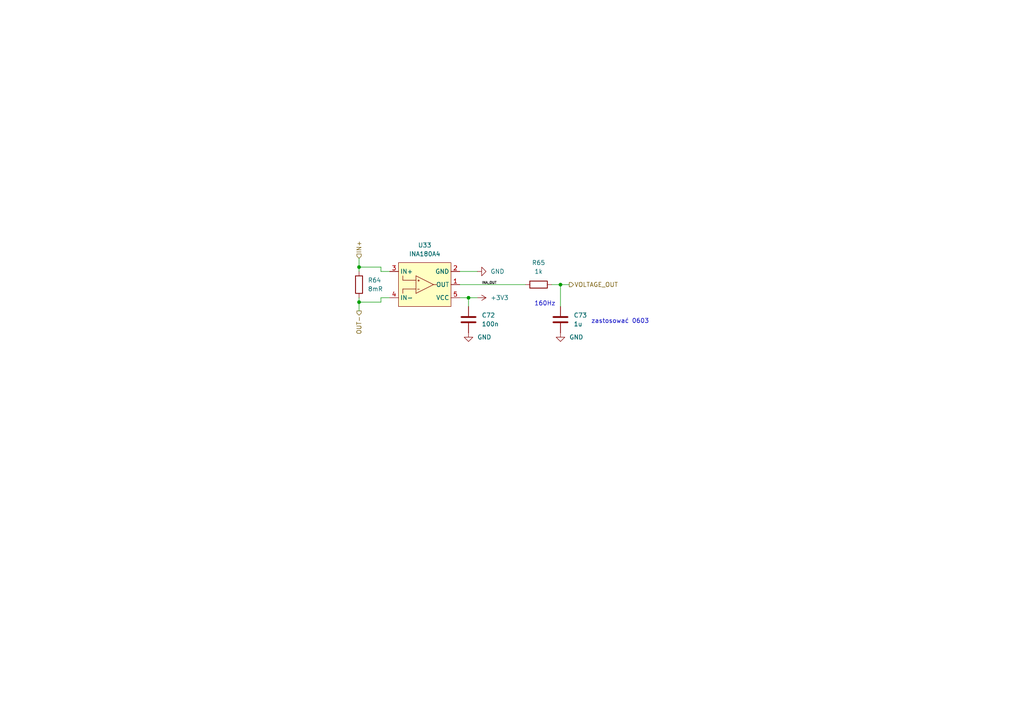
<source format=kicad_sch>
(kicad_sch (version 20211123) (generator eeschema)
  (paper "A4")
  (lib_symbols
    (symbol "Device:C" (pin_numbers hide) (pin_names (offset 0.254))
      (property "Reference" "C" (at 0.635 2.54 0))
      (property "Value" "C" (at 0.635 -2.54 0))
      (symbol "C_0_1"
        (polyline (pts (xy -2.032 -0.762) (xy 2.032 -0.762)) (stroke (width 0.508)))
        (polyline (pts (xy -2.032 0.762) (xy 2.032 0.762)) (stroke (width 0.508)))
      )
      (symbol "C_1_1"
        (pin passive line (at 0 3.81 270) (length 2.794) (name "~") (number "1"))
        (pin passive line (at 0 -3.81 90) (length 2.794) (name "~") (number "2"))
      )
    )
    (symbol "Device:R" (pin_numbers hide) (pin_names (offset 0))
      (property "Reference" "R" (at 2.032 0 90))
      (property "Value" "R" (at 0 0 90))
      (symbol "R_0_1"
        (rectangle (start -1.016 -2.54) (end 1.016 2.54) (stroke (width 0.254)))
      )
      (symbol "R_1_1"
        (pin passive line (at 0 3.81 270) (length 1.27) (name "~") (number "1"))
        (pin passive line (at 0 -3.81 90) (length 1.27) (name "~") (number "2"))
      )
    )
    (symbol "_IntegratedCircuits:INA180A4"
      (property "Reference" "U" (at 0 11.43 0))
      (property "Value" "INA180A4" (at 0 8.89 0))
      (symbol "INA180A4_0_0"
        (text "+" (at -1.7727 -1.2202 0) (effects (font (size 0.7 0.7))))
        (text "-" (at -1.8139 1.2699 0) (effects (font (size 0.7 0.7))))
      )
      (symbol "INA180A4_0_1"
        (rectangle (start -7.62 6.35) (end 7.62 -6.35) (fill (type background)))
        (rectangle (start -3.81 3.81) (end -3.81 3.81))
        (rectangle (start -3.81 3.81) (end -3.81 3.81))
        (polyline (pts (xy -6.35 -2.54) (xy -6.35 -1.27)))
        (polyline (pts (xy -6.35 -1.27) (xy -2.54 -1.27)))
        (polyline (pts (xy -6.35 1.27) (xy -6.35 2.54)))
        (polyline (pts (xy -6.35 1.27) (xy -2.54 1.27)))
        (polyline (pts (xy -2.54 2.54) (xy -2.54 -2.54)))
        (polyline (pts (xy 2.54 0) (xy -2.54 -2.54)))
        (polyline (pts (xy 2.54 0) (xy -2.54 2.54)))
        (polyline (pts (xy 2.54 0) (xy 3.5051 -0.0043)))
      )
      (symbol "INA180A4_1_1"
        (pin output line (at 10.16 0 180) (length 2.54) (name "OUT") (number "1"))
        (pin power_out line (at 10.16 -3.81 180) (length 2.54) (name "GND") (number "2"))
        (pin input line (at -10.16 -3.81 0) (length 2.54) (name "IN+") (number "3"))
        (pin input line (at -10.16 3.81 0) (length 2.54) (name "IN-") (number "4"))
        (pin input line (at 10.16 3.81 180) (length 2.54) (name "VCC") (number "5"))
      )
    )
    (symbol "power:+3.3V" (power) (pin_names (offset 0))
      (property "Value" "+3.3V" (at 0 3.556 0))
      (symbol "+3.3V_0_1"
        (polyline (pts (xy -0.762 1.27) (xy 0 2.54)))
        (polyline (pts (xy 0 0) (xy 0 2.54)))
        (polyline (pts (xy 0 2.54) (xy 0.762 1.27)))
      )
      (symbol "+3.3V_1_1"
        (pin power_in line (at 0 0 90) (length 0) hide (name "+3V3") (number "1"))
      )
    )
    (symbol "power:GND" (power) (pin_names (offset 0))
      (property "Value" "GND" (at 0 -3.81 0))
      (symbol "GND_0_1"
        (polyline (pts (xy 0 0) (xy 0 -1.27) (xy 1.27 -1.27) (xy 0 -2.54) (xy -1.27 -1.27) (xy 0 -1.27)))
      )
      (symbol "GND_1_1"
        (pin power_in line (at 0 0 270) (length 0) hide (name "GND") (number "1"))
      )
    )
  )
  (junction (at 162.56 82.55))
  (junction (at 135.89 86.36))
  (junction (at 104.14 77.47))
  (junction (at 104.14 87.63))
  (wire (pts (xy 110.49 77.47) (xy 110.49 78.74)))
  (wire (pts (xy 104.14 87.63) (xy 110.49 87.63)))
  (wire (pts (xy 162.56 82.55) (xy 165.1 82.55)))
  (wire (pts (xy 104.14 87.63) (xy 104.14 90.17)))
  (wire (pts (xy 104.14 78.74) (xy 104.14 77.47)))
  (wire (pts (xy 138.43 86.36) (xy 135.89 86.36)))
  (wire (pts (xy 135.89 86.36) (xy 135.89 88.9)))
  (wire (pts (xy 104.14 74.93) (xy 104.14 77.47)))
  (wire (pts (xy 104.14 86.36) (xy 104.14 87.63)))
  (wire (pts (xy 162.56 82.55) (xy 162.56 88.9)))
  (wire (pts (xy 110.49 87.63) (xy 110.49 86.36)))
  (wire (pts (xy 160.02 82.55) (xy 162.56 82.55)))
  (wire (pts (xy 133.35 82.55) (xy 152.4 82.55)))
  (wire (pts (xy 138.43 78.74) (xy 133.35 78.74)))
  (wire (pts (xy 104.14 77.47) (xy 110.49 77.47)))
  (wire (pts (xy 110.49 78.74) (xy 113.03 78.74)))
  (wire (pts (xy 110.49 86.36) (xy 113.03 86.36)))
  (wire (pts (xy 135.89 86.36) (xy 133.35 86.36)))
  (text "160Hz" (at 154.94 88.9 0) (effects (font (size 1.27 1.27)) (justify left bottom)))
  (text "zastosować 0603" (at 171.45 93.98 0) (effects (font (size 1.27 1.27)) (justify left bottom)))
  (label "INA_OUT" (at 139.7 82.55 0) (effects (font (size 0.7 0.7))))
  (hierarchical_label "OUT-" (shape output) (at 104.14 90.17 270))
  (hierarchical_label "IN+" (shape input) (at 104.14 74.93 90))
  (hierarchical_label "VOLTAGE_OUT" (shape output) (at 165.1 82.55 0))
  (symbol (lib_id "Device:C") (at 162.56 92.71 0) (unit 1)
    (property "Reference" "C73" (at 166.37 91.4399 0) (effects (justify left)))
    (property "Value" "1u" (at 166.37 93.9799 0) (effects (justify left)))
    (property "Footprint" "Capacitor_SMD:C_0603_1608Metric_Pad1.08x0.95mm_HandSolder" (effects hide))
  )
  (symbol (lib_id "_IntegratedCircuits:INA180A4") (at 123.19 82.55 0) (mirror x) (unit 1)
    (property "Reference" "U33" (at 123.19 71.12 0))
    (property "Value" "INA180A4" (at 123.19 73.66 0))
    (property "Footprint" "_IntegratedCircuits:INA180A4" (effects hide))
    (property "Datasheet" "https://www.ti.com/lit/ds/symlink/ina180.pdf?ts=1669470100046&ref_url=https%253A%252F%252Fwww.ti.com%252Fproduct%252FINA180" (effects hide))
  )
  (symbol (lib_id "power:GND") (at 138.43 78.74 90) (unit 1)
    (property "Reference" "#PWR0136" (effects hide))
    (property "Value" "GND" (at 142.24 78.7399 90) (effects (justify right)))
  )
  (symbol (lib_id "Device:R") (at 104.14 82.55 0) (unit 1)
    (property "Reference" "R64" (at 106.68 81.2799 0) (effects (justify left)))
    (property "Value" "8mR" (at 106.68 83.8199 0) (effects (justify left)))
    (property "Footprint" "Resistor_SMD:R_2512_6332Metric_Pad1.40x3.35mm_HandSolder" (effects hide))
  )
  (symbol (lib_id "power:GND") (at 162.56 96.52 0) (unit 1)
    (property "Reference" "#PWR0138" (effects hide))
    (property "Value" "GND" (at 165.1 97.7899 0) (effects (justify left)))
  )
  (symbol (lib_id "Device:R") (at 156.21 82.55 90) (unit 1)
    (property "Reference" "R65" (at 156.21 76.2 90))
    (property "Value" "1k" (at 156.21 78.74 90))
    (property "Footprint" "Resistor_SMD:R_0603_1608Metric_Pad0.98x0.95mm_HandSolder" (effects hide))
  )
  (symbol (lib_id "power:+3.3V") (at 138.43 86.36 270) (unit 1)
    (property "Reference" "#PWR0137" (effects hide))
    (property "Value" "+3.3V" (at 142.24 86.3599 90) (effects (justify left)))
  )
  (symbol (lib_id "Device:C") (at 135.89 92.71 0) (unit 1)
    (property "Reference" "C72" (at 139.7 91.4399 0) (effects (justify left)))
    (property "Value" "100n" (at 139.7 93.9799 0) (effects (justify left)))
    (property "Footprint" "Capacitor_SMD:C_0603_1608Metric_Pad1.08x0.95mm_HandSolder" (effects hide))
  )
  (symbol (lib_id "power:GND") (at 135.89 96.52 0) (unit 1)
    (property "Reference" "#PWR0135" (effects hide))
    (property "Value" "GND" (at 138.43 97.7899 0) (effects (justify left)))
  )
)
</source>
